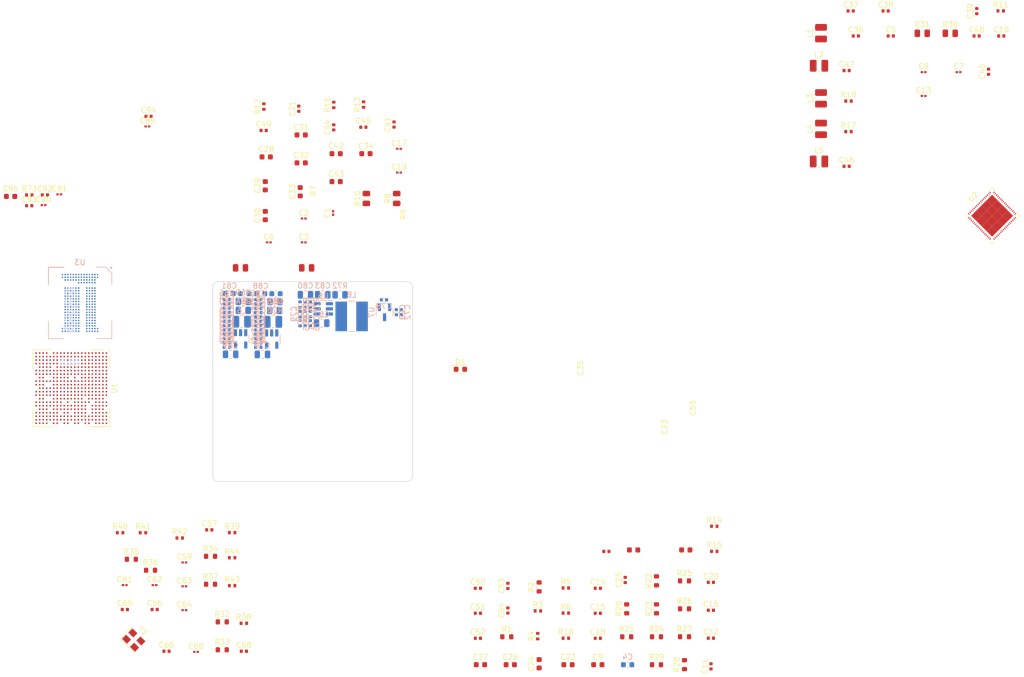
<source format=kicad_pcb>
(kicad_pcb (version 20210228) (generator pcbnew)
  (layers (0 "F.Cu" signal) (1 "In1.Cu" signal) (2 "In2.Cu" signal) (3 "In3.Cu" signal) (4 "In4.Cu" signal) (31 "B.Cu" signal) (34 "B.Paste" user) (35 "F.Paste" user) (36 "B.SilkS" user "B.Silkscreen") (37 "F.SilkS" user "F.Silkscreen") (38 "B.Mask" user) (39 "F.Mask" user) (44 "Edge.Cuts" user))
  (net 0 "")
  (net 1 "GND")
  (net 2 "BC_VDD_VEPU")
  (net 3 "BC_VDD_ARM")
  (net 4 "BC_VDD_LOGIC")
  (net 5 "BC_VDD_NPU")
  (net 6 "Net-(C5-Pad1)")
  (net 7 "BC_VCC5V0_SYS")
  (net 8 "BC_VDD_LOGIC_P")
  (net 9 "BC_VDD_ARM_P")
  (net 10 "BC_VCC_DDR_P")
  (net 11 "BC_VCC3V3_SYS_P")
  (net 12 "Net-(C35-Pad2)")
  (net 13 "Net-(C36-Pad1)")
  (net 14 "BC_VCC_RTC")
  (net 15 "BC_VCC_BUCK5")
  (net 16 "BC_VCC_3V3_SYS")
  (net 17 "BC_VCC_BUCK5_P")
  (net 18 "BC_VCC_0V8_P")
  (net 19 "BC_VCC1V8_PMU_P")
  (net 20 "BC_VCC0V8_PMU_P")
  (net 21 "BC_VCC_1V8_P")
  (net 22 "BC_VCC_DOVDD_P")
  (net 23 "BCVCC_DVDD_P")
  (net 24 "BC_VCC_AVDD_P")
  (net 25 "BC_VCCIO_SD_P")
  (net 26 "BC_VCC3V3_SD_P")
  (net 27 "Net-(C53-Pad1)")
  (net 28 "BC_VCC5V0_HOST_P")
  (net 29 "Net-(C56-Pad2)")
  (net 30 "Net-(C57-Pad1)")
  (net 31 "Net-(C58-Pad1)")
  (net 32 "Net-(C61-Pad1)")
  (net 33 "Net-(C62-Pad1)")
  (net 34 "Net-(C63-Pad1)")
  (net 35 "Net-(C64-Pad1)")
  (net 36 "Net-(C65-Pad1)")
  (net 37 "Net-(C66-Pad2)")
  (net 38 "BC_VCC_SYSIN")
  (net 39 "Net-(C73-Pad1)")
  (net 40 "Net-(C74-Pad1)")
  (net 41 "Net-(C75-Pad2)")
  (net 42 "Net-(C75-Pad1)")
  (net 43 "Net-(C76-Pad2)")
  (net 44 "Net-(C77-Pad2)")
  (net 45 "Net-(C79-Pad2)")
  (net 46 "BC_VCC5V0_SYS_P")
  (net 47 "Net-(D1-Pad2)")
  (net 48 "Net-(L1-Pad1)")
  (net 49 "Net-(L2-Pad1)")
  (net 50 "Net-(L3-Pad1)")
  (net 51 "Net-(L4-Pad1)")
  (net 52 "Net-(L5-Pad1)")
  (net 53 "BC_VDD_NPU_P")
  (net 54 "Net-(L6-Pad1)")
  (net 55 "BC_VDD_VEPU_P")
  (net 56 "Net-(L7-Pad1)")
  (net 57 "BC_VCC_1V8")
  (net 58 "BC_VCC1V8_PMU")
  (net 59 "Net-(R5-Pad2)")
  (net 60 "BC_VCC3V3_SYS")
  (net 61 "BC_VDD_DDR")
  (net 62 "BC_I2C0_SDA_PMIC")
  (net 63 "BC_I2C0_SCL_PMIC")
  (net 64 "Net-(R13-Pad2)")
  (net 65 "BC_CLK_32K_OUT")
  (net 66 "BC_RESET")
  (net 67 "Net-(R16-Pad2)")
  (net 68 "BC_PMIC_INT")
  (net 69 "Net-(R17-Pad2)")
  (net 70 "BC_PMIC_SLEEP")
  (net 71 "BC_VCC12V_DCIN")
  (net 72 "BC_VCC_0V8")
  (net 73 "BC_VCC0V8_PMU")
  (net 74 "BC_VCC_DOVDD")
  (net 75 "BC_VCC_DVDD")
  (net 76 "BC_VCC_AVDD")
  (net 77 "BC_VCCIO_SD")
  (net 78 "BC_VCC3V3_SD")
  (net 79 "BC_VCC_3V3")
  (net 80 "BC_VCC5V0_HOST")
  (net 81 "Net-(R38-Pad1)")
  (net 82 "Net-(R40-Pad1)")
  (net 83 "Net-(R41-Pad1)")
  (net 84 "Net-(R42-Pad1)")
  (net 85 "BC_PMUIO1_VDD")
  (net 86 "Net-(R43-Pad1)")
  (net 87 "BC_NPU_PWM0_M0")
  (net 88 "Net-(R49-Pad2)")
  (net 89 "Net-(R51-Pad2)")
  (net 90 "BC_EXT_EN_H")
  (net 93 "BC_FOCUS_EN")
  (net 94 "BC_WIFI_WAKE_HOST")
  (net 96 "BC_CLK_REF")
  (net 97 "BC_BT_RST")
  (net 98 "Net-(C89-Pad1)")
  (net 99 "Net-(R73-Pad1)")
  (net 101 "BC_VEPU_PWM1_M0")
  (net 102 "BC_MIC_LED_EN")
  (net 103 "BC_HOST_WAKE_WIFI")
  (net 109 "BC_ZOOM_EN")
  (net 110 "BC_SDMMC0_DET")
  (net 112 "/Storage and RAM/VREF")
  (net 115 "/Storage and RAM/MMC_RST")
  (net 118 "/Storage and RAM/CLK")
  (net 120 "/Storage and RAM/MMC_CMD")
  (net 123 "/Storage and RAM/DQ2")
  (net 124 "/Storage and RAM/DQ7")
  (net 125 "/Storage and RAM/DQ20")
  (net 126 "/Storage and RAM/DQ23")
  (net 127 "/Storage and RAM/DQ3")
  (net 128 "/Storage and RAM/DM0")
  (net 129 "/Storage and RAM/DQS2P")
  (net 130 "/Storage and RAM/DQS2N")
  (net 131 "/Storage and RAM/MMC_D7")
  (net 132 "/Storage and RAM/DQ6")
  (net 133 "/Storage and RAM/DM2")
  (net 134 "/Storage and RAM/DQ22")
  (net 135 "/Storage and RAM/MMC_D6")
  (net 136 "/Storage and RAM/DQS0P")
  (net 137 "/Storage and RAM/DQS0N")
  (net 138 "/Storage and RAM/DQ21")
  (net 139 "/Storage and RAM/MMC_D5")
  (net 140 "/Storage and RAM/DQ0")
  (net 141 "/Storage and RAM/DQ5")
  (net 142 "/Storage and RAM/DQ17")
  (net 143 "/Storage and RAM/DQ16")
  (net 144 "/Storage and RAM/MMC_D4")
  (net 145 "/Storage and RAM/DQ1")
  (net 146 "/Storage and RAM/DQ4")
  (net 147 "/Storage and RAM/DQ19")
  (net 148 "/Storage and RAM/DQ18")
  (net 149 "/Storage and RAM/MMC_D3")
  (net 150 "/Storage and RAM/DQ28")
  (net 151 "/Storage and RAM/DQ10")
  (net 152 "/Storage and RAM/DQ11")
  (net 153 "/Storage and RAM/MMC_D2")
  (net 154 "/Storage and RAM/MMC_D1")
  (net 155 "/Storage and RAM/MMC_D0")
  (net 156 "/Storage and RAM/DQ26")
  (net 157 "/Storage and RAM/DQ29")
  (net 158 "/Storage and RAM/DQ12")
  (net 159 "Net-(U3-PadB12)")
  (net 160 "/Storage and RAM/DQ27")
  (net 161 "/Storage and RAM/DQS1P")
  (net 162 "/Storage and RAM/DQS1N")
  (net 165 "Net-(U3-PadA4)")
  (net 166 "/Storage and RAM/ZQ")
  (net 167 "/Storage and RAM/DQS3N")
  (net 168 "/Storage and RAM/DM1")
  (net 169 "/Storage and RAM/DQ13")
  (net 174 "Net-(U3-PadAA9)")
  (net 175 "Net-(U3-PadAB5)")
  (net 179 "/Storage and RAM/CLKN")
  (net 180 "/Storage and RAM/CLKP")
  (net 181 "/Storage and RAM/DQS3P")
  (net 182 "/Storage and RAM/DQ8")
  (net 183 "/Storage and RAM/DQ9")
  (net 188 "Net-(U3-PadAA3)")
  (net 189 "/Storage and RAM/A0")
  (net 190 "/Storage and RAM/A6")
  (net 191 "/Storage and RAM/CKE")
  (net 193 "/Storage and RAM/DQ15")
  (net 194 "/Storage and RAM/DQ14")
  (net 199 "/Storage and RAM/A2")
  (net 201 "/Storage and RAM/A9")
  (net 202 "/Storage and RAM/A7")
  (net 203 "/Storage and RAM/A1")
  (net 204 "/Storage and RAM/A3")
  (net 206 "/Storage and RAM/CS0")
  (net 207 "/Storage and RAM/DM3")
  (net 208 "/Storage and RAM/DQ31")
  (net 209 "/Storage and RAM/DQ30")
  (net 211 "BC_P_IRIS_EN")
  (net 212 "BC_LCD_BL_PWM3_M0")
  (net 213 "BC_BT_WAKE_HOST")
  (net 219 "/Storage and RAM/A4")
  (net 220 "/Storage and RAM/A8")
  (net 221 "/Storage and RAM/A5")
  (net 223 "/Storage and RAM/ODT")
  (net 224 "/Storage and RAM/DQ25")
  (net 225 "/Storage and RAM/DQ24")
  (net 231 "/Storage and RAM/CS1")
  (net 239 "/Storage and RAM/MMC_CLK")
  (footprint "Capacitor_SMD:C_0603_1608Metric" (layer "F.Cu") (at 103.913237 64.29219)
    (fp_text reference "C28")
    (fp_text value "C22uF")
  )
  (footprint "Capacitor_SMD:C_0201_0603Metric" (layer "F.Cu") (at 88.763603 148.223318)
    (fp_text reference "C64")
    (fp_text value "100nF")
  )
  (footprint "Capacitor_SMD:C_0402_1005Metric" (layer "F.Cu") (at 213.030956 41.888285)
    (fp_text reference "C36")
    (fp_text value "C100nF")
  )
  (footprint "Capacitor_SMD:C_0201_0603Metric" (layer "F.Cu") (at 88.763603 143.813318)
    (fp_text reference "C63")
    (fp_text value "100nF")
  )
  (footprint "Capacitor_SMD:C_0603_1608Metric" (layer "F.Cu") (at 110.208952 70.742191 90)
    (fp_text reference "C33")
    (fp_text value "C22uF")
  )
  (footprint "Resistor_SMD:R_0402_1005Metric" (layer "F.Cu") (at 159.361238 153.426)
    (fp_text reference "R18")
    (fp_text value "100K")
  )
  (footprint "Resistor_SMD:R_0402_1005Metric" (layer "F.Cu") (at 159.361238 144.126)
    (fp_text reference "R5")
    (fp_text value "120K")
  )
  (footprint "Capacitor_SMD:C_0402_1005Metric" (layer "F.Cu") (at 99.774857 155.846)
    (fp_text reference "C58")
    (fp_text value "1uF")
  )
  (footprint "Capacitor_SMD:C_0402_1005Metric" (layer "F.Cu") (at 116.408 58.819333 90)
    (fp_text reference "C44")
    (fp_text value "C1uF")
  )
  (footprint "Resistor_SMD:R_0402_1005Metric" (layer "F.Cu") (at 239.84667 37.248285)
    (fp_text reference "R11")
    (fp_text value "2.2K")
  )
  (footprint "Capacitor_SMD:C_0201_0603Metric" (layer "F.Cu") (at 232.050476 48.591143)
    (fp_text reference "C7")
    (fp_text value "C100nF")
  )
  (footprint "Resistor_SMD:R_0402_1005Metric" (layer "F.Cu") (at 186.836759 132.689904)
    (fp_text reference "R14")
    (fp_text value "10K")
  )
  (footprint "Capacitor_SMD:C_0201_0603Metric" (layer "F.Cu") (at 110.858476 80.115524)
    (fp_text reference "C3")
    (fp_text value "C100nF")
  )
  (footprint "Resistor_SMD:R_0805_2012Metric" (layer "F.Cu") (at 128.05807 71.988022 90)
    (fp_text reference "R8")
    (fp_text value "0.02R")
  )
  (footprint "Resistor_SMD:R_0603_1608Metric" (layer "F.Cu") (at 176.149334 153.166)
    (fp_text reference "R24")
    (fp_text value "0.05R")
  )
  (footprint "Resistor_SMD:R_0603_1608Metric" (layer "F.Cu") (at 170.626001 147.989334 90)
    (fp_text reference "R20")
    (fp_text value "0.05R")
  )
  (footprint "Capacitor_SMD:C_0201_0603Metric" (layer "F.Cu") (at 104.389428 80.115524)
    (fp_text reference "C6")
    (fp_text value "C100nF")
  )
  (footprint "Resistor_SMD:R_0402_1005Metric" (layer "F.Cu") (at 121.934667 54.594095 90)
    (fp_text reference "R13")
    (fp_text value "0R")
  )
  (footprint "Resistor_SMD:R_0402_1005Metric" (layer "F.Cu") (at 60.065 71.345)
    (fp_text reference "R73")
    (fp_text value "240R")
  )
  (footprint "Resistor_SMD:R_0603_1608Metric" (layer "F.Cu") (at 95.782 155.576)
    (fp_text reference "R33")
    (fp_text value "0,1R")
  )
  (footprint "Capacitor_SMD:C_0402_1005Metric" (layer "F.Cu") (at 143.086476 144.176)
    (fp_text reference "C50")
    (fp_text value "C1uF")
  )
  (footprint "Capacitor_SMD:C_0402_1005Metric" (layer "F.Cu") (at 85.462952 155.846)
    (fp_text reference "C66")
    (fp_text value "100nF")
  )
  (footprint "Capacitor_SMD:C_0201_0603Metric" (layer "F.Cu") (at 81.925 58.645)
    (fp_text reference "C89")
    (fp_text value "100nF")
  )
  (footprint "Capacitor_SMD:C_0201_0603Metric" (layer "F.Cu") (at 116.298 74.676 90)
    (fp_text reference "C1")
    (fp_text value "C100nF")
  )
  (footprint "Resistor_SMD:R_0402_1005Metric" (layer "F.Cu") (at 154.191238 148.37219)
    (fp_text reference "R3")
    (fp_text value "100R")
  )
  (footprint "Inductor_SMD:L_1008_2520Metric" (layer "F.Cu") (at 206.591432 53.443047 90)
    (fp_text reference "L3")
    (fp_text value "470nH")
  )
  (footprint "Capacitor_SMD:C_0402_1005Metric" (layer "F.Cu") (at 170.356001 142.639334 90)
    (fp_text reference "C25")
    (fp_text value "C10uF")
  )
  (footprint "Capacitor_SMD:C_0402_1005Metric" (layer "F.Cu") (at 82.135 56.785)
    (fp_text reference "C94")
    (fp_text value "1uF")
  )
  (footprint "Capacitor_SMD:C_0603_1608Metric" (layer "F.Cu") (at 56.605 71.605)
    (fp_text reference "C95")
    (fp_text value "10uF")
  )
  (footprint "Capacitor_SMD:C_0402_1005Metric" (layer "F.Cu") (at 165.282667 144.176)
    (fp_text reference "C14")
    (fp_text value "C10uF")
  )
  (footprint "Resistor_SMD:R_0603_1608Metric" (layer "F.Cu") (at 181.332667 153.152667)
    (fp_text reference "R27")
    (fp_text value "0.05R")
  )
  (footprint "Capacitor_SMD:C_0201_0603Metric" (layer "F.Cu") (at 77.730269 143.593318)
    (fp_text reference "C61")
    (fp_text value "100nF")
  )
  (footprint "Resistor_SMD:R_0402_1005Metric" (layer "F.Cu") (at 211.673813 53.947809)
    (fp_text reference "R19")
    (fp_text value "27K")
  )
  (footprint "Capacitor_SMD:C_0402_1005Metric" (layer "F.Cu") (at 211.328099 48.298285)
    (fp_text reference "C47")
    (fp_text value "C1uF")
  )
  (footprint "Capacitor_SMD:C_0402_1005Metric" (layer "F.Cu") (at 165.282667 153.436)
    (fp_text reference "C18")
    (fp_text value "C10uF")
  )
  (footprint "Resistor_SMD:R_0603_1608Metric" (layer "F.Cu") (at 176.149334 158.336)
    (fp_text reference "R29")
    (fp_text value "0.05R")
  )
  (footprint "Capacitor_SMD:C_0402_1005Metric" (layer "F.Cu") (at 109.938952 55.361714 90)
    (fp_text reference "C21")
    (fp_text value "C1uF")
  )
  (footprint "Resistor_SMD:R_0402_1005Metric" (layer "F.Cu") (at 99.774857 150.666)
    (fp_text reference "R38")
    (fp_text value "22R")
  )
  (footprint "Capacitor_SMD:C_0201_0603Metric" (layer "F.Cu") (at 225.581428 48.591143)
    (fp_text reference "C8")
    (fp_text value "C100nF")
  )
  (footprint "Capacitor_SMD:C_0402_1005Metric" (layer "F.Cu") (at 143.086476 153.436)
    (fp_text reference "C52")
    (fp_text value "C1uF")
  )
  (footprint "Capacitor_SMD:C_0402_1005Metric" (layer "F.Cu") (at 148.636 143.734571 90)
    (fp_text reference "C53")
    (fp_text value "C1uF")
  )
  (footprint "Capacitor_SMD:C_0201_0603Metric" (layer "F.Cu") (at 65.615 71.225)
    (fp_text reference "C91")
    (fp_text value "100nF")
  )
  (footprint "Capacitor_SMD:C_0402_1005Metric" (layer "F.Cu") (at 186.206477 143.082667)
    (fp_text reference "C20")
    (fp_text value "C1uF")
  )
  (footprint "Capacitor_SMD:C_0201_0603Metric" (layer "F.Cu") (at 128.487594 67.191355)
    (fp_text reference "C19")
    (fp_text value "C100nF")
  )
  (footprint "Capacitor_SMD:C_0603_1608Metric" (layer "F.Cu") (at 159.766 158.336)
    (fp_text reference "C22")
    (fp_text value "C10uF")
  )
  (footprint "Capacitor_SMD:C_0402_1005Metric" (layer "F.Cu") (at 83.270745 148.113318)
    (fp_text reference "C56")
    (fp_text value "C15pF")
  )
  (footprint "Oscillator:Oscillator_SMD_Abracon_ASE-4Pin_3.2x2.5mm" (layer "F.Cu") (at 79.383999 153.772747 -45)
    (fp_text reference "Y1")
    (fp_text value "24Mhz")
  )
  (footprint "Resistor_SMD:R_0603_1608Metric" (layer "F.Cu") (at 93.613603 143.433318)
    (fp_text reference "R37")
    (fp_text value "0,1R")
  )
  (footprint "Inductor_SMD:L_1008_2520Metric" (layer "F.Cu") (at 206.591432 59.102571 90)
    (fp_text reference "L4")
    (fp_text value "470nH")
  )
  (footprint "Capacitor_SMD:C_0402_1005Metric" (layer "F.Cu") (at 235.383337 41.888285)
    (fp_text reference "C48")
    (fp_text value "C1uF")
  )
  (footprint "Capacitor_SMD:C_0402_1005Metric" (layer "F.Cu") (at 165.282667 148.806)
    (fp_text reference "C15")
    (fp_text value "C10uF")
  )
  (footprint "Resistor_SMD:R_0603_1608Metric" (layer "F.Cu") (at 181.326001 158.329334 90)
    (fp_text reference "R28")
    (fp_text value "0.05R")
  )
  (footprint "Resistor_SMD:R_0402_1005Metric" (layer "F.Cu") (at 116.418 54.659809 90)
    (fp_text reference "R16")
    (fp_text value "0R")
  )
  (footprint "Capacitor_SMD:C_0402_1005Metric" (layer "F.Cu") (at 127.56807 58.294212 90)
    (fp_text reference "C41")
    (fp_text value "C1uF")
  )
  (footprint "Inductor_SMD:L_1008_2520Metric" (layer "F.Cu") (at 206.216194 47.408285)
    (fp_text reference "L2")
    (fp_text value "470nH")
  )
  (footprint "Capacitor_SMD:C_0402_1005Metric" (layer "F.Cu") (at 93.375508 133.363318)
    (fp_text reference "C57")
    (fp_text value "1uF")
  )
  (footprint "Capacitor_SMD:C_0603_1608Metric" (layer "F.Cu") (at 116.851333 63.686476)
    (fp_text reference "C42")
    (fp_text value "C10uF")
  )
  (footprint "Capacitor_SMD:C_0603_1608Metric" (layer "F.Cu") (at 116.851333 68.856476)
    (fp_text reference "C43")
    (fp_text value "C22uF")
  )
  (footprint "Resistor_SMD:R_0603_1608Metric" (layer "F.Cu") (at 82.511 140.844)
    (fp_text reference "R36")
    (fp_text value "0,1R")
  )
  (footprint "Capacitor_SMD:C_0402_1005Metric" (layer "F.Cu") (at 186.226001 158.638857 90)
    (fp_text reference "C11")
    (fp_text value "C1uF")
  )
  (footprint "Inductor_SMD:L_1008_2520Metric" (layer "F.Cu") (at 206.591432 41.373523 90)
    (fp_text reference "L1")
    (fp_text value "470nH")
  )
  (footprint "Capacitor_SMD:C_0201_0603Metric" (layer "F.Cu") (at 88.763603 139.403318)
    (fp_text reference "C59")
    (fp_text value "100nF")
  )
  (footprint "Capacitor_SMD:C_0402_1005Metric" (layer "F.Cu") (at 103.437047 59.39219)
    (fp_text reference "C49")
    (fp_text value "C1uF")
  )
  (footprint "Capacitor_SMD:C_0603_1608Metric" (layer "F.Cu") (at 171.906045 137.079904)
    (fp_text reference "C23")
    (fp_text value "C10uF")
  )
  (footprint "Capacitor_SMD:C_0402_1005Metric" (layer "F.Cu") (at 77.754078 148.113318)
    (fp_text reference "C65")
    (fp_text value "C15pF")
  )
  (footprint "Capacitor_SMD:C_0603_1608Metric" (layer "F.Cu") (at 103.739904 69.635524 90)
    (fp_text reference "C29")
    (fp_text value "C22uF")
  )
  (footprint "Capacitor_SMD:C_0402_1005Metric" (layer "F.Cu") (at 239.947623 41.888285)
    (fp_text reference "C10")
    (fp_text value "C1uF")
  )
  (footprint "Capacitor_SMD:C_0402_1005Metric" (layer "F.Cu") (at 121.89181 58.786476)
    (fp_text reference "C45")
    (fp_text value "C1uF")
  )
  (footprint "Capacitor_SMD:C_0201_0603Metric" (layer "F.Cu") (at 90.932 155.956)
    (fp_text reference "C60")
    (fp_text value "100nF")
  )
  (footprint "Capacitor_SMD:C_0603_1608Metric" (layer "F.Cu") (at 122.368 63.686476)
    (fp_text reference "C34")
    (fp_text value "C22uF")
  )
  (footprint "Resistor_SMD:R_0805_2012Metric" (layer "F.Cu") (at 111.4025 84.836)
    (fp_text reference "R9")
    (fp_text value "0.02R")
  )
  (footprint "Resistor_SMD:R_0402_1005Metric" (layer "F.Cu") (at 103.479904 54.961714 90)
    (fp_text reference "R12")
    (fp_text value "2.2K")
  )
  (footprint "Capacitor_SMD:C_0603_1608Metric" (layer "F.Cu") (at 154.422667 158.162667 90)
    (fp_text reference "C24")
    (fp_text value "C10uF")
  )
  (footprint "Capacitor_SMD:C_0603_1608Metric" (layer "F.Cu") (at 110.382285 65.398857)
    (fp_text reference "C32")
    (fp_text value "C10uF")
  )
  (footprint "Capacitor_SMD:C_0402_1005Metric" (layer "F.Cu") (at 186.206477 148.252667)
    (fp_text reference "C16")
    (fp_text value "C1uF")
  )
  (footprint "Capacitor_SMD:C_0402_1005Metric" (layer "F.Cu") (at 211.328099 66.027333)
    (fp_text reference "C46")
    (fp_text value "C1uF")
  )
  (footprint "berryflight:QFN-68_EP_7x7_Pitch0.35mm" (layer "F.Cu") (at 238.252 75.184 45)
    (fp_text reference "U2")
    (fp_text value "RK809")
  )
  (footprint "Resistor_SMD:R_0805_2012Metric" (layer "F.Cu") (at 225.326194 41.398285)
    (fp_text reference "R31")
    (fp_text value "0.02R")
  )
  (footprint "Capacitor_SMD:C_0603_1608Metric" (layer "F.Cu") (at 165.282667 158.336)
    (fp_text reference "C9")
    (fp_text value "C10uF")
  )
  (footprint "Capacitor_SMD:C_0603_1608Metric" (layer "F.Cu") (at 181.563378 137.079904)
    (fp_text reference "C55")
    (fp_text value "C22uF")
  )
  (footprint "Capacitor_SMD:C_0402_1005Metric" (layer "F.Cu") (at 235.416194 37.291142 90)
    (fp_text reference "C39")
    (fp_text value "C1uF")
  )
  (footprint "Capacitor_SMD:C_0402_1005Metric" (layer "F.Cu") (at 143.086476 148.806)
    (fp_text reference "C51")
    (fp_text value "C1uF")
  )
  (footprint "Capacitor_SMD:C_0402_1005Metric" (layer "F.Cu") (at 219.500004 41.888285)
    (fp_text reference "C5")
    (fp_text value "C100nF")
  )
  (footprint "Capacitor_SMD:C_0402_1005Metric" (layer "F.Cu") (at 60.045 73.325)
    (fp_text reference "C93")
    (fp_text value "1uF")
  )
  (footprint "Capacitor_SMD:C_0402_1005Metric" (layer "F.Cu") (at 62.955 71.335)
    (fp_text reference "C92")
    (fp_text value "1uF")
  )
  (footprint "Capacitor_SMD:C_0201_0603Metric" (layer "F.Cu") (at 83.246936 143.593318)
    (fp_text reference "C62")
    (fp_text value "100nF")
  )
  (footprint "Resistor_SMD:R_0402_1005Metric" (layer "F.Cu") (at 159.361238 148.776)
    (fp_text reference "R6")
    (fp_text value "110K")
  )
  (footprint "Capacitor_SMD:C_0603_1608Metric" (layer "F.Cu") (at 103.739904 75.152191 90)
    (fp_text reference "C30")
    (fp_text value "C22uF")
  )
  (footprint "Resistor_SMD:R_0402_1005Metric" (layer "F.Cu") (at 76.873126 133.893318)
    (fp_text reference "R40")
    (fp_text value "0R")
  )
  (footprint "Resistor_SMD:R_0402_1005Metric" (layer "F.Cu") (at 211.673813 59.607333)
    (fp_text reference "R17")
    (fp_text value "0R")
  )
  (footprint "Capacitor_SMD:C_0201_0603Metric" (layer "F.Cu") (at 62.705 73.215)
    (fp_text reference "C90")
    (fp_text value "100nF")
  )
  (footprint "Resistor_SMD:R_0603_1608Metric" (layer "F.Cu") (at 78.955 138.812)
    (fp_text reference "R35")
    (fp_text value "0,1R")
  )
  (footprint "Resistor_SMD:R_0805_2012Metric" (layer "F.Cu") (at 230.509527 41.398285)
    (fp_text reference "R30")
    (fp_text value "0.02R")
  )
  (footprint "Resistor_SMD:R_0402_1005Metric" (layer "F.Cu") (at 97.60646 133.873318)
    (fp_text reference "R39")
    (fp_text value "1M")
  )
  (footprint "Capacitor_SMD:C_0201_0603Metric" (layer "F.Cu") (at 110.858476 75.705524)
    (fp_text reference "C2")
    (fp_text value "C100nF")
  )
  (footprint "Resistor_SMD:R_0402_1005Metric" (layer "F.Cu") (at 154.162667 153.050762 90)
    (fp_text reference "R4")
    (fp_text value "100R")
  )
  (footprint "Capacitor_SMD:C_0402_1005Metric" (layer "F.Cu") (at 218.547623 37.258285)
    (fp_text reference "C38")
    (fp_text value "C1uF")
  )
  (footprint "Capacitor_SMD:C_0402_1005Metric" (layer "F.Cu") (at 166.865569 137.349904)
    (fp_text reference "C35")
    (fp_text value "C1uF")
  )
  (footprint "Capacitor_SMD:C_0402_1005Metric" (layer "F.Cu") (at 148.636 148.298857 90)
    (fp_text reference "C54")
    (fp_text value "C1uF")
  )
  (footprint "Capacitor_SMD:C_0402_1005Metric" (layer "F.Cu") (at 212.078575 37.258285)
    (fp_text reference "C37")
    (fp_text value "C1uF")
  )
  (footprint "Resistor_SMD:R_0603_1608Metric" (layer "F.Cu") (at 95.782 150.406)
    (fp_text reference "R32")
    (fp_text value "0,1R")
  )
  (footprint "Resistor_SMD:R_0603_1608Metric" (layer "F.Cu") (at 93.613603 138.263318)
    (fp_text reference "R34")
    (fp_text value "0,1R")
  )
  (footprint "Inductor_SMD:L_1008_2520Metric" (layer "F.Cu") (at 206.216194 65.137333)
    (fp_text reference "L5")
    (fp_text value "470nH")
  )
  (footprint "Resistor_SMD:R_0402_1005Metric" (layer "F.Cu") (at 81.104078 133.893318)
    (fp_text reference "R41")
    (fp_text value "0R")
  )
  (footprint "Resistor_SMD:R_0603_1608Metric" (layer "F.Cu") (at 176.142668 142.806001 90)
    (fp_text reference "R22")
    (fp_text value "0.05R")
  )
  (footprint "Resistor_SMD:R_0402_1005Metric" (layer "F.Cu") (at 186.836759 137.339904)
    (fp_text reference "R15")
    (fp_text value "10K")
  )
  (footprint "Capacitor_SMD:C_0603_1608Metric" (layer "F.Cu") (at 149.079333 158.336)
    (fp_text reference "C26")
    (fp_text value "C10uF")
  )
  (footprint "Capacitor_SMD:C_0201_0603Metric" (layer "F.Cu") (at 128.487594 62.781355)
    (fp_text reference "C17")
    (fp_text value "C100nF")
  )
  (footprint "Resistor_SMD:R_0805_2012Metric" (layer "F.Cu") (at 122.44807 71.988022 90)
    (fp_text reference "R10")
    (fp_text value "0.02R")
  )
  (footprint "Resistor_SMD:R_0402_1005Metric" (layer "F.Cu") (at 87.90646 134.873318)
    (fp_text reference "R42")
    (fp_text value "0R")
  )
  (footprint "Resistor_SMD:R_0603_1608Metric" (layer "F.Cu") (at 181.332667 142.812667)
    (fp_text reference "R25")
    (fp_text value "0.05R")
  )
  (footprint "Resistor_SMD:R_0603_1608Metric" (layer "F.Cu") (at 170.632667 153.166)
    (fp_text reference "R21")
    (fp_text value "0.05R")
  )
  (footprint "LED_SMD:LED_0603_1608Metric" (layer "F.Cu") (at 139.85 103.62)
    (fp_text reference "D1")
    (fp_text value "LED")
  )
  (footprint "Capacitor_SMD:C_0402_1005Metric" (layer "F.Cu") (at 186.206477 153.422667)
    (fp_text reference "C12")
    (fp_text value "C1uF")
  )
  (footprint "Capacitor_SMD:C_0603_1608Metric" (layer "F.Cu") (at 110.382285 60.228857)
    (fp_text reference "C31")
    (fp_text value "C22uF")
  )
  (footprint "berryflight:RV1126" (layer "F.Cu") (at 67.84 107.12 -90)
    (fp_text reference "U1")
    (fp_text value "RV1126")
  )
  (footprint "Resistor_SMD:R_0402_1005Metric" (layer "F.Cu") (at 97.60646 143.693318)
    (fp_text reference "R43")
    (fp_text value "10K")
  )
  (footprint "Resistor_SMD:R_0603_1608Metric" (layer "F.Cu") (at 181.332667 147.982667)
    (fp_text reference "R26")
    (fp_text value "0.05R")
  )
  (footprint "Resistor_SMD:R_0805_2012Metric" (layer "F.Cu") (at 99.1635 84.836)
    (fp_text reference "R7")
    (fp_text value "0.02R")
  )
  (footprint "Capacitor_SMD:C_0402_1005Metric" (layer "F.Cu") (at 237.6 48.514 90)
    (fp_text reference "C40")
    (fp_text value "C1uF")
  )
  (footprint "Resistor_SMD:R_0603_1608Metric" (layer "F.Cu") (at 176.142668 147.989334 90)
    (fp_text reference "R23")
    (fp_text value "0.05R")
  )
  (footprint "Resistor_SMD:R_0603_1608Metric" (layer "F.Cu") (at 148.436476 153.166)
    (fp_text reference "R1")
    (fp_text value "0.1R")
  )
  (footprint "Resistor_SMD:R_0603_1608Metric" (layer "F.Cu") (at 154.422667 143.931714 90)
    (fp_text reference "R2")
    (fp_text value "0.1R")
  )
  (footprint "Resistor_SMD:R_0402_1005Metric" (layer "F.Cu") (at 97.60646 138.523318)
    (fp_text reference "R44")
    (fp_text value "0R")
  )
  (footprint "Capacitor_SMD:C_0201_0603Metric" (layer "F.Cu") (at 225.581428 53.001143)
    (fp_text reference "C13")
    (fp_text value "C100nF")
  )
  (footprint "Capacitor_SMD:C_0603_1608Metric" (layer "F.Cu") (at 143.562666 158.336)
    (fp_text reference "C27")
    (fp_text value "C10uF")
  )
  (footprint "Inductor_SMD:L_TracoPower_TCK-047_5.2x5.8mm" (layer "B.Cu") (at 119.725 93.83 180)
    (fp_text reference "L8")
    (fp_text value "4.7uH")
  )
  (footprint "Resistor_SMD:R_0402_1005Metric" (layer "B.Cu") (at 96.625 97.121816 180)
    (fp_text reference "R46")
    (fp_text value "18K")
  )
  (footprint "Resistor_SMD:R_0402_1005Metric" (layer "B.Cu") (at 102.451 92.33 180)
    (fp_text reference "R63")
    (fp_text value "33K")
  )
  (footprint "Capacitor_SMD:C_0603_1608Metric" (layer "B.Cu") (at 170.799334 158.336 180)
    (fp_text reference "C4")
    (fp_text value "C10uF")
  )
  (footprint "Capacitor_SMD:C_0402_1005Metric" (layer "B.Cu") (at 111.125 95.08 90)
    (fp_text reference "C71")
    (fp_text value "100nF")
  )
  (footprint "Capacitor_SMD:C_0603_1608Metric" (layer "B.Cu") (at 105.725 89.63)
    (fp_text reference "C82")
    (fp_text value "22uF")
  )
  (footprint "Resistor_SMD:R_0402_1005Metric" (layer "B.Cu") (at 110.175 91.65 90)
    (fp_text reference "R68")
    (fp_text value "2K")
  )
  (footprint "Capacitor_SMD:C_0402_1005Metric" (layer "B.Cu") (at 112.075 95.08 90)
    (fp_text reference "C75")
    (fp_text value "100nF")
  )
  (footprint "Resistor_SMD:R_0402_1005Metric" (layer "B.Cu") (at 102.451 97.13 180)
    (fp_text reference "R57")
    (fp_text value "249K")
  )
  (footprint "Resistor_SMD:R_0805_2012Metric" (layer "B.Cu") (at 105.475 92.73 180)
    (fp_text reference "R66")
    (fp_text value "0.02R")
  )
  (footprint "Resistor_SMD:R_0402_1005Metric" (layer "B.Cu") (at 96.625 96.319089 180)
    (fp_text reference "R53")
    (fp_text value "15K")
  )
  (footprint "Resistor_SMD:R_0402_1005Metric" (layer "B.Cu") (at 96.625 97.924543 180)
    (fp_text reference "R45")
    (fp_text value "47K")
  )
  (footprint "Resistor_SMD:R_0805_2012Metric" (layer "B.Cu") (at 99.675 91.05 180)
    (fp_text reference "R69")
    (fp_text value "0.02R")
  )
  (footprint "Resistor_SMD:R_0402_1005Metric" (layer "B.Cu") (at 96.625 99.529997 180)
    (fp_text reference "R49")
    (fp_text value "20K")
  )
  (footprint "Resistor_SMD:R_0402_1005Metric" (layer "B.Cu") (at 96.625 90.7 180)
    (fp_text reference "R65")
    (fp_text value "100K")
  )
  (footprint "Capacitor_SMD:C_0402_1005Metric" (layer "B.Cu") (at 111.125 91.67 90)
    (fp_text reference "C86")
    (fp_text value "100nF")
  )
  (footprint "Capacitor_SMD:C_0402_1005Metric" (layer "B.Cu") (at 127.994 93.05 90)
    (fp_text reference "C68")
    (fp_text value "1uF")
  )
  (footprint "Resistor_SMD:R_0402_1005Metric" (layer "B.Cu") (at 96.625 92.305454 180)
    (fp_text reference "R60")
    (fp_text value "100R")
  )
  (footprint "Resistor_SMD:R_0805_2012Metric" (layer "B.Cu") (at 105.525 91.08)
    (fp_text reference "R70")
    (fp_text value "0.02R")
  )
  (footprint "Resistor_SMD:R_0402_1005Metric" (layer "B.Cu") (at 112.075 91.65 90)
    (fp_text reference "R71")
    (fp_text value "DNP")
  )
  (footprint "Capacitor_SMD:C_0603_1608Metric" (layer "B.Cu") (at 97.05 89.6 180)
    (fp_text reference "C81")
    (fp_text value "22uF")
  )
  (footprint "Capacitor_SMD:C_0402_1005Metric" (layer "B.Cu") (at 96.605 91.502727 180)
    (fp_text reference "C84")
    (fp_text value "100nF")
  )
  (footprint "Package_TO_SOT_SMD:SOT-23" (layer "B.Cu") (at 125.818 93.05 -90)
    (fp_text reference "U7")
    (fp_text value "SGM2203-5.0")
  )
  (footprint "Package_TO_SOT_SMD:SOT-23-5" (layer "B.Cu") (at 104.925 98.03 -90)
    (fp_text reference "U5")
    (fp_text value "SY8089AAAC")
  )
  (footprint "Capacitor_SMD:C_0603_1608Metric" (layer "B.Cu") (at 99.925 89.6)
    (fp_text reference "C87")
    (fp_text value "22uF")
  )
  (footprint "Resistor_SMD:R_0402_1005Metric" (layer "B.Cu") (at 102.451 95.53 180)
    (fp_text reference "R54")
    (fp_text value "15K")
  )
  (footprint "Resistor_SMD:R_0402_1005Metric" (layer "B.Cu") (at 102.451 99.53 180)
    (fp_text reference "R52")
    (fp_text value "10K")
  )
  (footprint "Resistor_SMD:R_0402_1005Metric" (layer "B.Cu") (at 96.625 93.108181 180)
    (fp_text reference "R61")
    (fp_text value "33K")
  )
  (footprint "Resistor_SMD:R_0402_1005Metric" (layer "B.Cu") (at 96.625 98.72727 180)
    (fp_text reference "R50")
    (fp_text value "10K")
  )
  (footprint "Capacitor_SMD:C_0402_1005Metric" (layer "B.Cu") (at 110.193 93.388 -90)
    (fp_text reference "C79")
    (fp_text value "22pF")
  )
  (footprint "Capacitor_SMD:C_0402_1005Metric" (layer "B.Cu") (at 102.431 93.93 180)
    (fp_text reference "C77")
    (fp_text value "100pF")
  )
  (footprint "Capacitor_SMD:C_0805_2012Metric" (layer "B.Cu") (at 97.325 100.85 180)
    (fp_text reference "C69")
    (fp_text value "10uF")
  )
  (footprint "Capacitor_SMD:C_0402_1005Metric" (layer "B.Cu") (at 96.605 95.516362 180)
    (fp_text reference "C73")
    (fp_text value "10nF")
  )
  (footprint "Capacitor_SMD:C_0402_1005Metric" (layer "B.Cu") (at 128.9 93.05 90)
    (fp_text reference "C72")
    (fp_text value "100nF")
  )
  (footprint "Resistor_SMD:R_0402_1005Metric" (layer "B.Cu") (at 102.451 98.73 180)
    (fp_text reference "R51")
    (fp_text value "20K")
  )
  (footprint "Resistor_SMD:R_0402_1005Metric" (layer "B.Cu") (at 102.451 97.93 180)
    (fp_text reference "R47")
    (fp_text value "47K")
  )
  (footprint "Resistor_SMD:R_0402_1005Metric" (layer "B.Cu") (at 111.125 93.388 -90)
    (fp_text reference "R59")
    (fp_text value "10K")
  )
  (footprint "Capacitor_SMD:C_0402_1005Metric" (layer "B.Cu") (at 102.431 90.73 180)
    (fp_text reference "C85")
    (fp_text value "100nF")
  )
  (footprint "Capacitor_SMD:C_0402_1005Metric" (layer "B.Cu") (at 125.708 90.764)
    (fp_text reference "C78")
    (fp_text value "1uF")
  )
  (footprint "Inductor_SMD:L_1008_2520Metric" (layer "B.Cu") (at 99.375 94.8 180)
    (fp_text reference "L6")
    (fp_text value "2.2uH")
  )
  (footprint "Package_TO_SOT_SMD:TSOT-23-6" (layer "B.Cu") (at 114.475 92.43 180)
    (fp_text reference "U6")
    (fp_text value "SY8113B")
  )
  (footprint "Capacitor_SMD:C_0805_2012Metric" (layer "B.Cu") (at 114.375 89.83 180)
    (fp_text reference "C83")
    (fp_text value "10uF")
  )
  (footprint "Capacitor_SMD:C_0402_1005Metric" (layer "B.Cu") (at 102.431 94.73 180)
    (fp_text reference "C74")
    (fp_text value "10nF")
  )
  (footprint "Capacitor_SMD:C_0402_1005Metric" (layer "B.Cu") (at 96.605 93.910908 180)
    (fp_text reference "C76")
    (fp_text value "100pF")
  )
  (footprint "Resistor_SMD:R_0402_1005Metric" (layer "B.Cu") (at 110.193 95.078 90)
    (fp_text reference "R55")
    (fp_text value "100K")
  )
  (footprint "Resistor_SMD:R_0402_1005Metric" (layer "B.Cu") (at 112.075 93.388 -90)
    (fp_text reference "R58")
    (fp_text value "76.8K")
  )
  (footprint "Capacitor_SMD:C_0805_2012Metric" (layer "B.Cu") (at 111.175 89.83 180)
    (fp_text reference "C80")
    (fp_text value "22pF")
  )
  (footprint "Resistor_SMD:R_0402_1005Metric" (layer "B.Cu") (at 102.451 96.33 180)
    (fp_text reference "R48")
    (fp_text value "18K")
  )
  (footprint "Package_TO_SOT_SMD:SOT-23-5" (layer "B.Cu") (at 99.175 97.9875 -90)
    (fp_text reference "U4")
    (fp_text value "SY8089AAAC")
  )
  (footprint "Capacitor_SMD:C_0805_2012Metric" (layer "B.Cu") (at 114.175 95.08 180)
    (fp_text reference "C67")
    (fp_text value "10uF")
  )
  (footprint "berryflight:BGA-221" (layer "B.Cu") (at 69.46 91.33 180)
    (fp_text reference "U3")
    (fp_text value "NCEPNA6M4-0808")
  )
  (footprint "Capacitor_SMD:C_0603_1608Metric" (layer "B.Cu") (at 102.875 89.63 180)
    (fp_text reference "C88")
    (fp_text value "22uF")
  )
  (footprint "Resistor_SMD:R_0805_2012Metric" (layer "B.Cu") (at 99.675 92.7 180)
    (fp_text reference "R64")
    (fp_text value "0.02R")
  )
  (footprint "Inductor_SMD:L_1008_2520Metric" (layer "B.Cu") (at 105.175 94.83 180)
    (fp_text reference "L7")
    (fp_text value "2.2uH")
  )
  (footprint "Resistor_SMD:R_0402_1005Metric" (layer "B.Cu") (at 102.451 93.13 180)
    (fp_text reference "R62")
    (fp_text value "100R")
  )
  (footprint "Resistor_SMD:R_0402_1005Metric" (layer "B.Cu") (at 102.451 91.53 180)
    (fp_text reference "R67")
    (fp_text value "100K")
  )
  (footprint "Resistor_SMD:R_0805_2012Metric" (layer "B.Cu") (at 117.575 89.83 180)
    (fp_text reference "R72")
    (fp_text value "0.02R")
  )
  (footprint "Capacitor_SMD:C_0805_2012Metric" (layer "B.Cu") (at 103.209 100.866 180)
    (fp_text reference "C70")
    (fp_text value "10uF")
  )
  (footprint "Resistor_SMD:R_0402_1005Metric" (layer "B.Cu") (at 96.625 94.713635 180)
    (fp_text reference "R56")
    (fp_text value "249K")
  )
  (gr_line (start 95.022952 87.394763) (end 130.022952 87.394763) (layer "Edge.Cuts") (width 0.1))
  (gr_line (start 130.022952 124.394763) (end 95.022952 124.394763) (layer "Edge.Cuts") (width 0.1))
  (gr_arc (start 95.022952 88.394763) (end 95.022952 87.394763) (angle -90) (layer "Edge.Cuts") (width 0.1))
  (gr_line (start 94.022952 123.394763) (end 94.022952 88.394763) (layer "Edge.Cuts") (width 0.1))
  (gr_arc (start 130.022952 123.394763) (end 130.022952 124.394763) (angle -90) (layer "Edge.Cuts") (width 0.1))
  (gr_arc (start 130.022952 88.394763) (end 130.022952 87.394763) (angle 90) (layer "Edge.Cuts") (width 0.1))
  (gr_arc (start 95.022952 123.394763) (end 94.022952 123.394763) (angle -90) (layer "Edge.Cuts") (width 0.1))
  (gr_line (start 131.022952 88.394763) (end 131.022952 123.394763) (layer "Edge.Cuts") (width 0.1))
  (via (at 65.89 102.57) (size 0.3) (drill 0.2) (layers "F.Cu" "B.Cu") (net 123))
  (via (at 66.71 94.58) (size 0.3) (drill 0.2) (layers "F.Cu" "B.Cu") (net 123))
  (via (at 67.21 93.08) (size 0.3) (drill 0.2) (layers "F.Cu" "B.Cu") (net 124))
  (via (at 67.21 96.08) (size 0.3) (drill 0.2) (layers "F.Cu" "B.Cu") (net 125))
  (via (at 67.71 95.58) (size 0.3) (drill 0.2) (layers "F.Cu" "B.Cu") (net 126))
  (via (at 67.71 94.08) (size 0.3) (drill 0.2) (layers "F.Cu" "B.Cu") (net 127))
  (via (at 66.54 102.57) (size 0.3) (drill 0.2) (layers "F.Cu" "B.Cu") (net 128))
  (via (at 66.54 101.92) (size 0.3) (drill 0.2) (layers "F.Cu" "B.Cu") (net 128))
  (via (at 65.89 101.92) (size 0.3) (drill 0.2) (layers "F.Cu" "B.Cu") (net 128))
  (via (at 68.21 93.08) (size 0.3) (drill 0.2) (layers "F.Cu" "B.Cu") (net 128))
  (via (at 67.84 102.57) (size 0.3) (drill 0.2) (layers "F.Cu" "B.Cu") (net 128))
  (via (at 68.71 95.08) (size 0.3) (drill 0.2) (layers "F.Cu" "B.Cu") (net 129))
  (via (at 68.71 95.58) (size 0.3) (drill 0.2) (layers "F.Cu" "B.Cu") (net 130))
  (via (at 66.71 93.58) (size 0.3) (drill 0.2) (layers "F.Cu" "B.Cu") (net 132))
  (via (at 67.19 102.57) (size 0.3) (drill 0.2) (layers "F.Cu" "B.Cu") (net 132))
  (via (at 68.21 95.08) (size 0.3) (drill 0.2) (layers "F.Cu" "B.Cu") (net 133))
  (via (at 66.71 95.58) (size 0.3) (drill 0.2) (layers "F.Cu" "B.Cu") (net 134))
  (via (at 68.71 93.08) (size 0.3) (drill 0.2) (layers "F.Cu" "B.Cu") (net 136))
  (via (at 68.71 93.58) (size 0.3) (drill 0.2) (layers "F.Cu" "B.Cu") (net 137))
  (via (at 67.84 101.92) (size 0.3) (drill 0.2) (layers "F.Cu" "B.Cu") (net 137))
  (via (at 68.21 96.08) (size 0.3) (drill 0.2) (layers "F.Cu" "B.Cu") (net 138))
  (via (at 68.49 102.57) (size 0.3) (drill 0.2) (layers "F.Cu" "B.Cu") (net 140))
  (via (at 67.21 95.08) (size 0.3) (drill 0.2) (layers "F.Cu" "B.Cu") (net 140))
  (via (at 67.71 93.58) (size 0.3) (drill 0.2) (layers "F.Cu" "B.Cu") (net 141))
  (via (at 68.49 101.92) (size 0.3) (drill 0.2) (layers "F.Cu" "B.Cu") (net 141))
  (via (at 67.71 96.58) (size 0.3) (drill 0.2) (layers "F.Cu" "B.Cu") (net 142))
  (via (at 67.21 96.58) (size 0.3) (drill 0.2) (layers "F.Cu" "B.Cu") (net 143))
  (via (at 69.14 102.57) (size 0.3) (drill 0.2) (layers "F.Cu" "B.Cu") (net 145))
  (via (at 67.71 94.58) (size 0.3) (drill 0.2) (layers "F.Cu" "B.Cu") (net 145))
  (via (at 69.14 101.92) (size 0.3) (drill 0.2) (layers "F.Cu" "B.Cu") (net 146))
  (via (at 66.71 94.08) (size 0.3) (drill 0.2) (layers "F.Cu" "B.Cu") (net 146))
  (via (at 66.71 96.08) (size 0.3) (drill 0.2) (layers "F.Cu" "B.Cu") (net 147))
  (via (at 68.21 96.58) (size 0.3) (drill 0.2) (layers "F.Cu" "B.Cu") (net 148))
  (via (at 66.71 89.08) (size 0.3) (drill 0.2) (layers "F.Cu" "B.Cu") (net 150))
  (via (at 67.71 91.58) (size 0.3) (drill 0.2) (layers "F.Cu" "B.Cu") (net 151))
  (via (at 66.71 91.08) (size 0.3) (drill 0.2) (layers "F.Cu" "B.Cu") (net 152))
  (via (at 68.21 89.08) (size 0.3) (drill 0.2) (layers "F.Cu" "B.Cu") (net 156))
  (via (at 68.21 88.58) (size 0.3) (drill 0.2) (layers "F.Cu" "B.Cu") (net 157))
  (via (at 67.71 91.08) (size 0.3) (drill 0.2) (layers "F.Cu" "B.Cu") (net 158))
  (via (at 67.21 89.08) (size 0.3) (drill 0.2) (layers "F.Cu" "B.Cu") (net 160))
  (via (at 68.71 92.08) (size 0.3) (drill 0.2) (layers "F.Cu" "B.Cu") (net 161))
  (via (at 68.71 91.58) (size 0.3) (drill 0.2) (layers "F.Cu" "B.Cu") (net 162))
  (via (at 68.71 89.58) (size 0.3) (drill 0.2) (layers "F.Cu" "B.Cu") (net 167))
  (via (at 68.21 92.08) (size 0.3) (drill 0.2) (layers "F.Cu" "B.Cu") (net 168))
  (via (at 67.71 90.58) (size 0.3) (drill 0.2) (layers "F.Cu" "B.Cu") (net 169))
  (via (at 68.71 90.08) (size 0.3) (drill 0.2) (layers "F.Cu" "B.Cu") (net 181))
  (via (at 67.21 92.08) (size 0.3) (drill 0.2) (layers "F.Cu" "B.Cu") (net 182))
  (via (at 66.71 91.58) (size 0.3) (drill 0.2) (layers "F.Cu" "B.Cu") (net 183))
  (via (at 67.21 90.08) (size 0.3) (drill 0.2) (layers "F.Cu" "B.Cu") (net 193))
  (via (at 66.71 90.58) (size 0.3) (drill 0.2) (layers "F.Cu" "B.Cu") (net 194))
  (via (at 68.21 90.08) (size 0.3) (drill 0.2) (layers "F.Cu" "B.Cu") (net 207))
  (via (at 67.21 88.58) (size 0.3) (drill 0.2) (layers "F.Cu" "B.Cu") (net 208))
  (via (at 67.71 88.58) (size 0.3) (drill 0.2) (layers "F.Cu" "B.Cu") (net 209))
  (via (at 66.71 89.58) (size 0.3) (drill 0.2) (layers "F.Cu" "B.Cu") (net 224))
  (via (at 67.71 89.58) (size 0.3) (drill 0.2) (layers "F.Cu" "B.Cu") (net 225))
)
</source>
